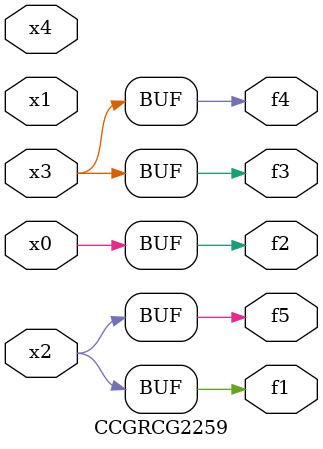
<source format=v>
module CCGRCG2259(
	input x0, x1, x2, x3, x4,
	output f1, f2, f3, f4, f5
);
	assign f1 = x2;
	assign f2 = x0;
	assign f3 = x3;
	assign f4 = x3;
	assign f5 = x2;
endmodule

</source>
